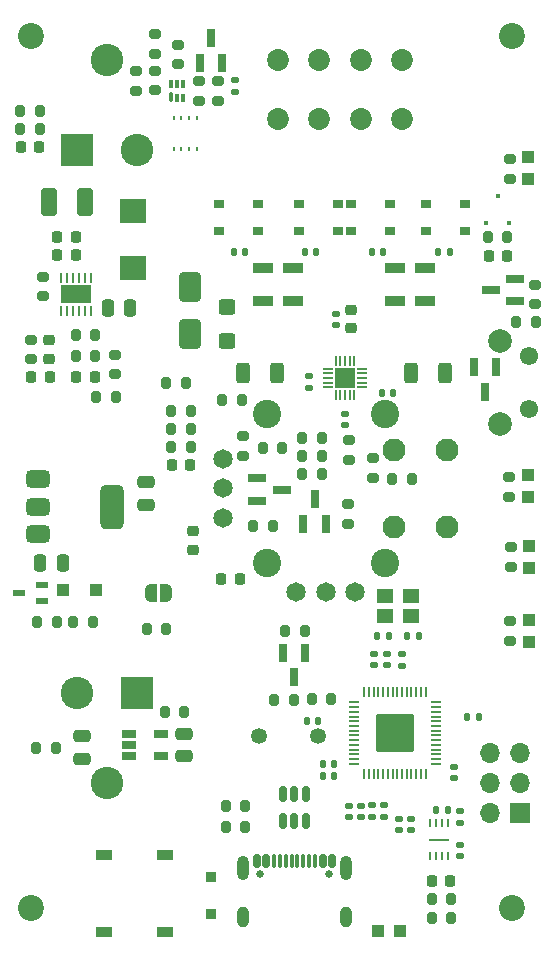
<source format=gts>
%TF.GenerationSoftware,KiCad,Pcbnew,8.0.6*%
%TF.CreationDate,2024-10-28T23:36:15+00:00*%
%TF.ProjectId,StepUp,53746570-5570-42e6-9b69-6361645f7063,v0.1*%
%TF.SameCoordinates,Original*%
%TF.FileFunction,Soldermask,Top*%
%TF.FilePolarity,Negative*%
%FSLAX46Y46*%
G04 Gerber Fmt 4.6, Leading zero omitted, Abs format (unit mm)*
G04 Created by KiCad (PCBNEW 8.0.6) date 2024-10-28 23:36:15*
%MOMM*%
%LPD*%
G01*
G04 APERTURE LIST*
G04 Aperture macros list*
%AMRoundRect*
0 Rectangle with rounded corners*
0 $1 Rounding radius*
0 $2 $3 $4 $5 $6 $7 $8 $9 X,Y pos of 4 corners*
0 Add a 4 corners polygon primitive as box body*
4,1,4,$2,$3,$4,$5,$6,$7,$8,$9,$2,$3,0*
0 Add four circle primitives for the rounded corners*
1,1,$1+$1,$2,$3*
1,1,$1+$1,$4,$5*
1,1,$1+$1,$6,$7*
1,1,$1+$1,$8,$9*
0 Add four rect primitives between the rounded corners*
20,1,$1+$1,$2,$3,$4,$5,0*
20,1,$1+$1,$4,$5,$6,$7,0*
20,1,$1+$1,$6,$7,$8,$9,0*
20,1,$1+$1,$8,$9,$2,$3,0*%
%AMFreePoly0*
4,1,19,0.500000,-0.750000,0.000000,-0.750000,0.000000,-0.744911,-0.071157,-0.744911,-0.207708,-0.704816,-0.327430,-0.627875,-0.420627,-0.520320,-0.479746,-0.390866,-0.500000,-0.250000,-0.500000,0.250000,-0.479746,0.390866,-0.420627,0.520320,-0.327430,0.627875,-0.207708,0.704816,-0.071157,0.744911,0.000000,0.744911,0.000000,0.750000,0.500000,0.750000,0.500000,-0.750000,0.500000,-0.750000,
$1*%
%AMFreePoly1*
4,1,19,0.000000,0.744911,0.071157,0.744911,0.207708,0.704816,0.327430,0.627875,0.420627,0.520320,0.479746,0.390866,0.500000,0.250000,0.500000,-0.250000,0.479746,-0.390866,0.420627,-0.520320,0.327430,-0.627875,0.207708,-0.704816,0.071157,-0.744911,0.000000,-0.744911,0.000000,-0.750000,-0.500000,-0.750000,-0.500000,0.750000,0.000000,0.750000,0.000000,0.744911,0.000000,0.744911,
$1*%
G04 Aperture macros list end*
%ADD10R,0.863600X0.787400*%
%ADD11RoundRect,0.250000X0.312500X0.625000X-0.312500X0.625000X-0.312500X-0.625000X0.312500X-0.625000X0*%
%ADD12RoundRect,0.200000X-0.275000X0.200000X-0.275000X-0.200000X0.275000X-0.200000X0.275000X0.200000X0*%
%ADD13RoundRect,0.200000X-0.200000X-0.275000X0.200000X-0.275000X0.200000X0.275000X-0.200000X0.275000X0*%
%ADD14RoundRect,0.140000X0.140000X0.170000X-0.140000X0.170000X-0.140000X-0.170000X0.140000X-0.170000X0*%
%ADD15RoundRect,0.140000X0.170000X-0.140000X0.170000X0.140000X-0.170000X0.140000X-0.170000X-0.140000X0*%
%ADD16RoundRect,0.135000X0.185000X-0.135000X0.185000X0.135000X-0.185000X0.135000X-0.185000X-0.135000X0*%
%ADD17RoundRect,0.140000X-0.170000X0.140000X-0.170000X-0.140000X0.170000X-0.140000X0.170000X0.140000X0*%
%ADD18C,0.650000*%
%ADD19RoundRect,0.150000X-0.150000X-0.425000X0.150000X-0.425000X0.150000X0.425000X-0.150000X0.425000X0*%
%ADD20RoundRect,0.075000X-0.075000X-0.500000X0.075000X-0.500000X0.075000X0.500000X-0.075000X0.500000X0*%
%ADD21O,1.000000X2.100000*%
%ADD22O,1.000000X1.800000*%
%ADD23RoundRect,0.140000X-0.140000X-0.170000X0.140000X-0.170000X0.140000X0.170000X-0.140000X0.170000X0*%
%ADD24RoundRect,0.225000X0.225000X0.250000X-0.225000X0.250000X-0.225000X-0.250000X0.225000X-0.250000X0*%
%ADD25RoundRect,0.135000X-0.185000X0.135000X-0.185000X-0.135000X0.185000X-0.135000X0.185000X0.135000X0*%
%ADD26RoundRect,0.200000X0.200000X0.275000X-0.200000X0.275000X-0.200000X-0.275000X0.200000X-0.275000X0*%
%ADD27RoundRect,0.225000X-0.225000X-0.250000X0.225000X-0.250000X0.225000X0.250000X-0.225000X0.250000X0*%
%ADD28RoundRect,0.200000X0.275000X-0.200000X0.275000X0.200000X-0.275000X0.200000X-0.275000X-0.200000X0*%
%ADD29R,1.000000X0.550000*%
%ADD30RoundRect,0.070000X-0.300000X0.650000X-0.300000X-0.650000X0.300000X-0.650000X0.300000X0.650000X0*%
%ADD31RoundRect,0.050000X0.387500X0.050000X-0.387500X0.050000X-0.387500X-0.050000X0.387500X-0.050000X0*%
%ADD32RoundRect,0.050000X0.050000X0.387500X-0.050000X0.387500X-0.050000X-0.387500X0.050000X-0.387500X0*%
%ADD33RoundRect,0.144000X1.456000X1.456000X-1.456000X1.456000X-1.456000X-1.456000X1.456000X-1.456000X0*%
%ADD34R,1.000000X1.000000*%
%ADD35C,2.200000*%
%ADD36R,1.753400X0.912000*%
%ADD37RoundRect,0.070000X0.650000X0.300000X-0.650000X0.300000X-0.650000X-0.300000X0.650000X-0.300000X0*%
%ADD38RoundRect,0.062500X0.062500X-0.362500X0.062500X0.362500X-0.062500X0.362500X-0.062500X-0.362500X0*%
%ADD39R,2.500000X1.600000*%
%ADD40R,0.254000X0.355600*%
%ADD41RoundRect,0.250000X0.650000X-1.000000X0.650000X1.000000X-0.650000X1.000000X-0.650000X-1.000000X0*%
%ADD42RoundRect,0.250000X-0.250000X-0.475000X0.250000X-0.475000X0.250000X0.475000X-0.250000X0.475000X0*%
%ADD43RoundRect,0.225000X-0.250000X0.225000X-0.250000X-0.225000X0.250000X-0.225000X0.250000X0.225000X0*%
%ADD44RoundRect,0.250000X0.250000X0.475000X-0.250000X0.475000X-0.250000X-0.475000X0.250000X-0.475000X0*%
%ADD45R,1.400000X1.200000*%
%ADD46RoundRect,0.250000X-0.312500X-0.625000X0.312500X-0.625000X0.312500X0.625000X-0.312500X0.625000X0*%
%ADD47RoundRect,0.375000X-0.625000X-0.375000X0.625000X-0.375000X0.625000X0.375000X-0.625000X0.375000X0*%
%ADD48RoundRect,0.500000X-0.500000X-1.400000X0.500000X-1.400000X0.500000X1.400000X-0.500000X1.400000X0*%
%ADD49FreePoly0,0.000000*%
%ADD50FreePoly1,0.000000*%
%ADD51RoundRect,0.135000X0.135000X0.185000X-0.135000X0.185000X-0.135000X-0.185000X0.135000X-0.185000X0*%
%ADD52R,1.700000X1.700000*%
%ADD53O,1.700000X1.700000*%
%ADD54O,0.857199X0.204000*%
%ADD55O,0.204000X0.857199*%
%ADD56R,1.701800X1.701800*%
%ADD57RoundRect,0.250000X0.475000X-0.250000X0.475000X0.250000X-0.475000X0.250000X-0.475000X-0.250000X0*%
%ADD58RoundRect,0.250000X0.412500X0.925000X-0.412500X0.925000X-0.412500X-0.925000X0.412500X-0.925000X0*%
%ADD59R,0.457200X0.406400*%
%ADD60RoundRect,0.070000X0.300000X-0.650000X0.300000X0.650000X-0.300000X0.650000X-0.300000X-0.650000X0*%
%ADD61R,0.254000X0.711200*%
%ADD62R,1.651000X0.254000*%
%ADD63R,2.200000X2.150000*%
%ADD64RoundRect,0.250000X-0.475000X0.250000X-0.475000X-0.250000X0.475000X-0.250000X0.475000X0.250000X0*%
%ADD65RoundRect,0.070000X-0.525000X0.300000X-0.525000X-0.300000X0.525000X-0.300000X0.525000X0.300000X0*%
%ADD66R,1.397000X0.889000*%
%ADD67RoundRect,0.225000X0.250000X-0.225000X0.250000X0.225000X-0.250000X0.225000X-0.250000X-0.225000X0*%
%ADD68RoundRect,0.250000X0.450000X-0.400000X0.450000X0.400000X-0.450000X0.400000X-0.450000X-0.400000X0*%
%ADD69R,0.950000X0.900000*%
%ADD70RoundRect,0.070000X-0.650000X-0.300000X0.650000X-0.300000X0.650000X0.300000X-0.650000X0.300000X0*%
%ADD71RoundRect,0.070000X-0.070000X-0.355000X0.070000X-0.355000X0.070000X0.355000X-0.070000X0.355000X0*%
%ADD72RoundRect,0.070000X-0.070000X-0.305000X0.070000X-0.305000X0.070000X0.305000X-0.070000X0.305000X0*%
%ADD73RoundRect,0.150000X0.150000X-0.512500X0.150000X0.512500X-0.150000X0.512500X-0.150000X-0.512500X0*%
%ADD74RoundRect,0.250000X-0.300000X-0.300000X0.300000X-0.300000X0.300000X0.300000X-0.300000X0.300000X0*%
%ADD75C,1.550000*%
%ADD76C,2.000000*%
%ADD77C,1.350000*%
%ADD78C,1.650000*%
%ADD79C,1.950000*%
%ADD80C,2.400000*%
%ADD81R,2.745000X2.745000*%
%ADD82C,2.745000*%
%ADD83C,1.854000*%
G04 APERTURE END LIST*
D10*
%TO.C,D3*%
X85710799Y-69579600D03*
X82408799Y-69579600D03*
%TD*%
D11*
%TO.C,R20*%
X94805900Y-81651001D03*
X91880900Y-81651001D03*
%TD*%
D12*
%TO.C,R49*%
X100308000Y-63515000D03*
X100308000Y-65165000D03*
%TD*%
D13*
%TO.C,R33*%
X98433000Y-70140000D03*
X100083000Y-70140000D03*
%TD*%
D14*
%TO.C,C10*%
X84040000Y-111068000D03*
X83080000Y-111068000D03*
%TD*%
D15*
%TO.C,C5*%
X88776000Y-106376000D03*
X88776000Y-105416000D03*
%TD*%
D16*
%TO.C,R6*%
X89672500Y-119258000D03*
X89672500Y-118238000D03*
%TD*%
D17*
%TO.C,C8*%
X86660000Y-118268000D03*
X86660000Y-119228000D03*
%TD*%
D18*
%TO.C,J1*%
X79168000Y-124025000D03*
X84948000Y-124025000D03*
D19*
X78858000Y-122950000D03*
X79658000Y-122950000D03*
D20*
X80808000Y-122950000D03*
X81808000Y-122950000D03*
X82308000Y-122950000D03*
X83308000Y-122950000D03*
D19*
X84458000Y-122950000D03*
X85258000Y-122950000D03*
X85258000Y-122950000D03*
X84458000Y-122950000D03*
D20*
X83808000Y-122950000D03*
X82808000Y-122950000D03*
X81308000Y-122950000D03*
X80308000Y-122950000D03*
D19*
X79658000Y-122950000D03*
X78858000Y-122950000D03*
D21*
X77738000Y-123525000D03*
D22*
X77738000Y-127705000D03*
D21*
X86378000Y-123525000D03*
D22*
X86378000Y-127705000D03*
%TD*%
D23*
%TO.C,C19*%
X89470000Y-83350000D03*
X90430000Y-83350000D03*
%TD*%
D13*
%TO.C,R40*%
X58833000Y-60964000D03*
X60483000Y-60964000D03*
%TD*%
D17*
%TO.C,C18*%
X86358000Y-85060000D03*
X86358000Y-86020000D03*
%TD*%
D13*
%TO.C,R32*%
X71183000Y-82440000D03*
X72833000Y-82440000D03*
%TD*%
D24*
%TO.C,C41*%
X77408000Y-99040000D03*
X75858000Y-99040000D03*
%TD*%
D12*
%TO.C,R10*%
X86550000Y-92725000D03*
X86550000Y-94375000D03*
%TD*%
D25*
%TO.C,R2*%
X96108000Y-118730000D03*
X96108000Y-119750000D03*
%TD*%
D26*
%TO.C,R28*%
X66925000Y-83700000D03*
X65275000Y-83700000D03*
%TD*%
D16*
%TO.C,R5*%
X91195000Y-106406000D03*
X91195000Y-105386000D03*
%TD*%
%TO.C,R7*%
X88660000Y-119258000D03*
X88660000Y-118238000D03*
%TD*%
D10*
%TO.C,D8*%
X90168400Y-67293600D03*
X86866400Y-67293600D03*
%TD*%
%TO.C,D10*%
X93216400Y-67293600D03*
X96518400Y-67293600D03*
%TD*%
D27*
%TO.C,C38*%
X71686000Y-89408000D03*
X73236000Y-89408000D03*
%TD*%
D15*
%TO.C,C15*%
X83258000Y-82880000D03*
X83258000Y-81920000D03*
%TD*%
D10*
%TO.C,D7*%
X86866400Y-69579600D03*
X90168400Y-69579600D03*
%TD*%
D28*
%TO.C,R8*%
X77708000Y-88615000D03*
X77708000Y-86965000D03*
%TD*%
D26*
%TO.C,R31*%
X65187000Y-78368000D03*
X63537000Y-78368000D03*
%TD*%
D13*
%TO.C,R4*%
X76233000Y-120068000D03*
X77883000Y-120068000D03*
%TD*%
D12*
%TO.C,R48*%
X68632999Y-56069200D03*
X68632999Y-57719200D03*
%TD*%
D24*
%TO.C,C28*%
X63525000Y-71674000D03*
X61975000Y-71674000D03*
%TD*%
D29*
%TO.C,Q3*%
X60640000Y-100888000D03*
X60640000Y-99588000D03*
X58740000Y-100238000D03*
%TD*%
D30*
%TO.C,D13*%
X99158000Y-81140000D03*
X97258000Y-81140000D03*
X98208000Y-83240000D03*
%TD*%
D31*
%TO.C,U3*%
X93996500Y-114713000D03*
X93996500Y-114313000D03*
X93996500Y-113913000D03*
X93996500Y-113513000D03*
X93996500Y-113113000D03*
X93996500Y-112713000D03*
X93996500Y-112313000D03*
X93996500Y-111913000D03*
X93996500Y-111513000D03*
X93996500Y-111113000D03*
X93996500Y-110713000D03*
X93996500Y-110313000D03*
X93996500Y-109913000D03*
X93996500Y-109513000D03*
D32*
X93159000Y-108675500D03*
X92759000Y-108675500D03*
X92359000Y-108675500D03*
X91959000Y-108675500D03*
X91559000Y-108675500D03*
X91159000Y-108675500D03*
X90759000Y-108675500D03*
X90359000Y-108675500D03*
X89959000Y-108675500D03*
X89559000Y-108675500D03*
X89159000Y-108675500D03*
X88759000Y-108675500D03*
X88359000Y-108675500D03*
X87959000Y-108675500D03*
D31*
X87121500Y-109513000D03*
X87121500Y-109913000D03*
X87121500Y-110313000D03*
X87121500Y-110713000D03*
X87121500Y-111113000D03*
X87121500Y-111513000D03*
X87121500Y-111913000D03*
X87121500Y-112313000D03*
X87121500Y-112713000D03*
X87121500Y-113113000D03*
X87121500Y-113513000D03*
X87121500Y-113913000D03*
X87121500Y-114313000D03*
X87121500Y-114713000D03*
D32*
X87959000Y-115550500D03*
X88359000Y-115550500D03*
X88759000Y-115550500D03*
X89159000Y-115550500D03*
X89559000Y-115550500D03*
X89959000Y-115550500D03*
X90359000Y-115550500D03*
X90759000Y-115550500D03*
X91159000Y-115550500D03*
X91559000Y-115550500D03*
X91959000Y-115550500D03*
X92359000Y-115550500D03*
X92759000Y-115550500D03*
X93159000Y-115550500D03*
D33*
X90559000Y-112113000D03*
%TD*%
D13*
%TO.C,R26*%
X60183000Y-113340000D03*
X61833000Y-113340000D03*
%TD*%
%TO.C,R3*%
X76233000Y-118290000D03*
X77883000Y-118290000D03*
%TD*%
D17*
%TO.C,C7*%
X90942500Y-119377500D03*
X90942500Y-120337500D03*
%TD*%
D15*
%TO.C,C36*%
X76982999Y-57799200D03*
X76982999Y-56839200D03*
%TD*%
D26*
%TO.C,R24*%
X72733000Y-110290000D03*
X71083000Y-110290000D03*
%TD*%
D17*
%TO.C,C6*%
X87660000Y-118268000D03*
X87660000Y-119228000D03*
%TD*%
D34*
%TO.C,LED1*%
X91008000Y-128890000D03*
X89108000Y-128890000D03*
%TD*%
D26*
%TO.C,R45*%
X95308000Y-126140000D03*
X93658000Y-126140000D03*
%TD*%
D13*
%TO.C,R30*%
X63537000Y-80146000D03*
X65187000Y-80146000D03*
%TD*%
D35*
%TO.C,H3*%
X59708000Y-126890000D03*
%TD*%
D12*
%TO.C,R27*%
X59790000Y-78813000D03*
X59790000Y-80463000D03*
%TD*%
D36*
%TO.C,L1*%
X81913400Y-72762201D03*
X81913400Y-75553801D03*
%TD*%
D14*
%TO.C,C13*%
X85440000Y-114768000D03*
X84480000Y-114768000D03*
%TD*%
D10*
%TO.C,D4*%
X82408799Y-67293600D03*
X85710799Y-67293600D03*
%TD*%
D37*
%TO.C,Q4*%
X100758000Y-75540000D03*
X100758000Y-73640000D03*
X98658000Y-74590000D03*
%TD*%
D38*
%TO.C,U7*%
X62319000Y-76395000D03*
X62819000Y-76395000D03*
X63319000Y-76395000D03*
X63819000Y-76395000D03*
X64319000Y-76395000D03*
X64819000Y-76395000D03*
X64819000Y-73545000D03*
X64319000Y-73545000D03*
X63819000Y-73545000D03*
X63319000Y-73545000D03*
X62819000Y-73545000D03*
X62319000Y-73545000D03*
D39*
X63569000Y-74970000D03*
%TD*%
D40*
%TO.C,U8*%
X73782999Y-60019200D03*
X73133001Y-60019200D03*
X72482999Y-60019200D03*
X71833001Y-60019200D03*
X71833001Y-62660800D03*
X72482999Y-62660800D03*
X73133001Y-62660800D03*
X73782999Y-62660800D03*
%TD*%
D34*
%TO.C,LED5*%
X101908000Y-102540000D03*
X101908000Y-104440000D03*
%TD*%
D15*
%TO.C,C3*%
X96108000Y-122520000D03*
X96108000Y-121560000D03*
%TD*%
D34*
%TO.C,LED2*%
X101858000Y-63340000D03*
X101858000Y-65240000D03*
%TD*%
D35*
%TO.C,H2*%
X100458000Y-53090000D03*
%TD*%
D14*
%TO.C,C14*%
X85440000Y-115784000D03*
X84480000Y-115784000D03*
%TD*%
D12*
%TO.C,R34*%
X102408000Y-74165000D03*
X102408000Y-75815000D03*
%TD*%
D26*
%TO.C,R14*%
X84370001Y-90153400D03*
X82720001Y-90153400D03*
%TD*%
D28*
%TO.C,R37*%
X75582999Y-58594200D03*
X75582999Y-56944200D03*
%TD*%
D36*
%TO.C,L4*%
X93089400Y-72762201D03*
X93089400Y-75553801D03*
%TD*%
D26*
%TO.C,R43*%
X73283000Y-87884000D03*
X71633000Y-87884000D03*
%TD*%
D27*
%TO.C,C32*%
X59777000Y-81924000D03*
X61327000Y-81924000D03*
%TD*%
D13*
%TO.C,R23*%
X69563000Y-103320000D03*
X71213000Y-103320000D03*
%TD*%
D26*
%TO.C,R13*%
X77608000Y-83940000D03*
X75958000Y-83940000D03*
%TD*%
D14*
%TO.C,C20*%
X83888000Y-71390000D03*
X82928000Y-71390000D03*
%TD*%
D17*
%TO.C,C4*%
X91958500Y-119377500D03*
X91958500Y-120337500D03*
%TD*%
D34*
%TO.C,LED4*%
X101908000Y-96240000D03*
X101908000Y-98140000D03*
%TD*%
D24*
%TO.C,C39*%
X95258000Y-124620000D03*
X93708000Y-124620000D03*
%TD*%
D28*
%TO.C,R52*%
X100308000Y-104315000D03*
X100308000Y-102665000D03*
%TD*%
D35*
%TO.C,H1*%
X59708000Y-53090000D03*
%TD*%
D41*
%TO.C,D12*%
X73200000Y-78350000D03*
X73200000Y-74350000D03*
%TD*%
D28*
%TO.C,R51*%
X100358000Y-98040000D03*
X100358000Y-96390000D03*
%TD*%
D26*
%TO.C,R55*%
X82008000Y-109290000D03*
X80358000Y-109290000D03*
%TD*%
D14*
%TO.C,C2*%
X90018000Y-103892000D03*
X89058000Y-103892000D03*
%TD*%
D42*
%TO.C,C24*%
X60518000Y-97724000D03*
X62418000Y-97724000D03*
%TD*%
D43*
%TO.C,C31*%
X61314000Y-78863000D03*
X61314000Y-80413000D03*
%TD*%
D23*
%TO.C,C1*%
X91598000Y-103892000D03*
X92558000Y-103892000D03*
%TD*%
D36*
%TO.C,L2*%
X79373400Y-72762201D03*
X79373400Y-75553801D03*
%TD*%
D26*
%TO.C,R12*%
X81033000Y-87940000D03*
X79383000Y-87940000D03*
%TD*%
D17*
%TO.C,C9*%
X95560000Y-114968000D03*
X95560000Y-115928000D03*
%TD*%
D44*
%TO.C,C34*%
X68150000Y-76150000D03*
X66250000Y-76150000D03*
%TD*%
D26*
%TO.C,R16*%
X84370001Y-87105400D03*
X82720001Y-87105400D03*
%TD*%
D23*
%TO.C,C23*%
X94248000Y-71357600D03*
X95208000Y-71357600D03*
%TD*%
D45*
%TO.C,Y1*%
X91908000Y-100502000D03*
X89708000Y-100502000D03*
X89708000Y-102202000D03*
X91908000Y-102202000D03*
%TD*%
D13*
%TO.C,R17*%
X90333000Y-90640000D03*
X91983000Y-90640000D03*
%TD*%
D46*
%TO.C,R19*%
X77656900Y-81651001D03*
X80581900Y-81651001D03*
%TD*%
D14*
%TO.C,C21*%
X77888000Y-71357600D03*
X76928000Y-71357600D03*
%TD*%
D47*
%TO.C,U5*%
X60316000Y-90630000D03*
X60316000Y-92930000D03*
D48*
X66616000Y-92930000D03*
D47*
X60316000Y-95230000D03*
%TD*%
D49*
%TO.C,JP1*%
X69908000Y-100290000D03*
D50*
X71208000Y-100290000D03*
%TD*%
D51*
%TO.C,R1*%
X95018000Y-118590000D03*
X93998000Y-118590000D03*
%TD*%
D15*
%TO.C,C12*%
X89925000Y-106376000D03*
X89925000Y-105416000D03*
%TD*%
D52*
%TO.C,J2*%
X101183000Y-118915000D03*
D53*
X98643000Y-118915000D03*
X101183000Y-116375000D03*
X98643000Y-116375000D03*
X101183000Y-113835000D03*
X98643000Y-113835000D03*
%TD*%
D13*
%TO.C,R42*%
X71633000Y-86360000D03*
X73283000Y-86360000D03*
%TD*%
D54*
%TO.C,U4*%
X84863000Y-81250999D03*
X84863000Y-81651001D03*
X84863000Y-82051000D03*
X84863000Y-82450999D03*
X84863000Y-82851001D03*
D55*
X85532999Y-83521000D03*
X85933001Y-83521000D03*
X86333000Y-83521000D03*
X86732999Y-83521000D03*
X87133001Y-83521000D03*
D54*
X87803000Y-82851001D03*
X87803000Y-82450999D03*
X87803000Y-82051000D03*
X87803000Y-81651001D03*
X87803000Y-81250999D03*
D55*
X87133001Y-80581000D03*
X86732999Y-80581000D03*
X86333000Y-80581000D03*
X85933001Y-80581000D03*
X85532999Y-80581000D03*
D56*
X86333000Y-82051000D03*
%TD*%
D12*
%TO.C,R11*%
X86650000Y-87325000D03*
X86650000Y-88975000D03*
%TD*%
D13*
%TO.C,R41*%
X71633000Y-84840000D03*
X73283000Y-84840000D03*
%TD*%
D57*
%TO.C,C30*%
X64108000Y-114290000D03*
X64108000Y-112390000D03*
%TD*%
D58*
%TO.C,C25*%
X64345500Y-67190000D03*
X61270500Y-67190000D03*
%TD*%
D26*
%TO.C,R15*%
X84370001Y-88629400D03*
X82720001Y-88629400D03*
%TD*%
D10*
%TO.C,D9*%
X96518400Y-69579600D03*
X93216400Y-69579600D03*
%TD*%
D28*
%TO.C,R36*%
X72182999Y-55494200D03*
X72182999Y-53844200D03*
%TD*%
D27*
%TO.C,C37*%
X58886000Y-62484000D03*
X60436000Y-62484000D03*
%TD*%
D28*
%TO.C,R38*%
X73982999Y-58594200D03*
X73982999Y-56944200D03*
%TD*%
%TO.C,R50*%
X100253000Y-92115000D03*
X100253000Y-90465000D03*
%TD*%
D57*
%TO.C,C29*%
X69508000Y-92790000D03*
X69508000Y-90890000D03*
%TD*%
D15*
%TO.C,C17*%
X85609001Y-77559001D03*
X85609001Y-76599001D03*
%TD*%
D59*
%TO.C,Q5*%
X98307999Y-68926000D03*
X100208001Y-68926000D03*
X99258000Y-66640000D03*
%TD*%
D60*
%TO.C,Q1*%
X82814400Y-94411001D03*
X84714400Y-94411001D03*
X83764400Y-92311001D03*
%TD*%
D61*
%TO.C,U1*%
X95058001Y-119743000D03*
X94558000Y-119743000D03*
X94058000Y-119743000D03*
X93557999Y-119743000D03*
X93557999Y-122537000D03*
X94058000Y-122537000D03*
X94558000Y-122537000D03*
X95058001Y-122537000D03*
D62*
X94308000Y-121140000D03*
%TD*%
D63*
%TO.C,L5*%
X68350000Y-67950000D03*
X68350000Y-72750000D03*
%TD*%
D24*
%TO.C,C33*%
X65137000Y-81924000D03*
X63587000Y-81924000D03*
%TD*%
D26*
%TO.C,R21*%
X64965000Y-102666000D03*
X63315000Y-102666000D03*
%TD*%
D23*
%TO.C,C11*%
X96680000Y-110768000D03*
X97640000Y-110768000D03*
%TD*%
D26*
%TO.C,R9*%
X80198400Y-94605001D03*
X78548400Y-94605001D03*
%TD*%
%TO.C,R39*%
X60483000Y-59440000D03*
X58833000Y-59440000D03*
%TD*%
D64*
%TO.C,C26*%
X72710000Y-112190000D03*
X72710000Y-114090000D03*
%TD*%
D65*
%TO.C,U6*%
X68058000Y-112190000D03*
X68058000Y-113140000D03*
X68058000Y-114090000D03*
X70758000Y-114090000D03*
X70758000Y-112190000D03*
%TD*%
D13*
%TO.C,R54*%
X81268000Y-103450000D03*
X82918000Y-103450000D03*
%TD*%
D10*
%TO.C,D5*%
X75690400Y-69579600D03*
X78992400Y-69579600D03*
%TD*%
D60*
%TO.C,Q6*%
X74032999Y-55369200D03*
X75932999Y-55369200D03*
X74982999Y-53269200D03*
%TD*%
D12*
%TO.C,R29*%
X66902000Y-80083000D03*
X66902000Y-81733000D03*
%TD*%
D35*
%TO.C,H4*%
X100458000Y-126890000D03*
%TD*%
D66*
%TO.C,SW2*%
X71073600Y-128940001D03*
X71073600Y-122439999D03*
%TD*%
D34*
%TO.C,LED3*%
X101808000Y-90240000D03*
X101808000Y-92140000D03*
%TD*%
D24*
%TO.C,C27*%
X63525000Y-70150000D03*
X61975000Y-70150000D03*
%TD*%
D12*
%TO.C,R18*%
X88700000Y-88825000D03*
X88700000Y-90475000D03*
%TD*%
D66*
%TO.C,SW1*%
X65908000Y-128940001D03*
X65908000Y-122439999D03*
%TD*%
D23*
%TO.C,C22*%
X88628000Y-71390000D03*
X89588000Y-71390000D03*
%TD*%
D36*
%TO.C,L3*%
X90549400Y-72762201D03*
X90549400Y-75553801D03*
%TD*%
D12*
%TO.C,R47*%
X70232999Y-56044200D03*
X70232999Y-57694200D03*
%TD*%
D67*
%TO.C,C40*%
X73458000Y-96590000D03*
X73458000Y-95040000D03*
%TD*%
D68*
%TO.C,D2*%
X76350000Y-78929000D03*
X76350000Y-76029000D03*
%TD*%
D24*
%TO.C,C35*%
X100033000Y-71740000D03*
X98483000Y-71740000D03*
%TD*%
D69*
%TO.C,D1*%
X74958000Y-124274550D03*
X74958000Y-127424550D03*
%TD*%
D10*
%TO.C,D6*%
X78992400Y-67293600D03*
X75690400Y-67293600D03*
%TD*%
D13*
%TO.C,R44*%
X93674000Y-127728000D03*
X95324000Y-127728000D03*
%TD*%
D26*
%TO.C,R53*%
X85168000Y-109250000D03*
X83518000Y-109250000D03*
%TD*%
D28*
%TO.C,R25*%
X60806000Y-75129000D03*
X60806000Y-73479000D03*
%TD*%
D13*
%TO.C,R35*%
X100833000Y-77340000D03*
X102483000Y-77340000D03*
%TD*%
D30*
%TO.C,Q7*%
X82943000Y-105300000D03*
X81043000Y-105300000D03*
X81993000Y-107400000D03*
%TD*%
D70*
%TO.C,Q2*%
X78858000Y-90540000D03*
X78858000Y-92440000D03*
X80958000Y-91490000D03*
%TD*%
D71*
%TO.C,U9*%
X71632999Y-58260800D03*
D72*
X72132999Y-58310800D03*
X72632999Y-58310800D03*
X72632999Y-57160800D03*
X72132999Y-57160800D03*
X71632999Y-57160800D03*
%TD*%
D73*
%TO.C,U2*%
X81102000Y-119567500D03*
X82052000Y-119567500D03*
X83002000Y-119567500D03*
X83002000Y-117292500D03*
X82052000Y-117292500D03*
X81102000Y-117292500D03*
%TD*%
D12*
%TO.C,R46*%
X70232999Y-52944200D03*
X70232999Y-54594200D03*
%TD*%
D67*
%TO.C,C16*%
X86879001Y-77854001D03*
X86879001Y-76304001D03*
%TD*%
D26*
%TO.C,R22*%
X61917000Y-102666000D03*
X60267000Y-102666000D03*
%TD*%
D74*
%TO.C,D11*%
X62486000Y-100010000D03*
X65286000Y-100010000D03*
%TD*%
D75*
%TO.C,SW3*%
X101908000Y-80190000D03*
X101908000Y-84690000D03*
D76*
X99418000Y-78935000D03*
X99418000Y-85945000D03*
%TD*%
D77*
%TO.C,BZ1*%
X79050500Y-112400000D03*
X84050500Y-112400000D03*
%TD*%
D78*
%TO.C,JOY1*%
X75974400Y-93898501D03*
X75974400Y-91398501D03*
X75974400Y-88898501D03*
X87204400Y-100128501D03*
X84704400Y-100128501D03*
X82204400Y-100128501D03*
D79*
X90454400Y-88148501D03*
X90454400Y-94648501D03*
X94954400Y-88148501D03*
X94954400Y-94648501D03*
D80*
X79704400Y-97723501D03*
X79704400Y-85073501D03*
X89704400Y-85073501D03*
X89704400Y-97723501D03*
%TD*%
D81*
%TO.C,BT2*%
X68698000Y-108720000D03*
D82*
X63618000Y-108720000D03*
X66158000Y-116340000D03*
%TD*%
D83*
%TO.C,J3*%
X80658000Y-60140000D03*
X80658000Y-55140000D03*
X84158000Y-60140000D03*
X84158000Y-55140000D03*
X87658000Y-60140000D03*
X87658000Y-55140000D03*
X91158000Y-60140000D03*
X91158000Y-55140000D03*
%TD*%
D81*
%TO.C,BT1*%
X63618000Y-62720000D03*
D82*
X68698000Y-62720000D03*
X66158000Y-55100000D03*
%TD*%
M02*

</source>
